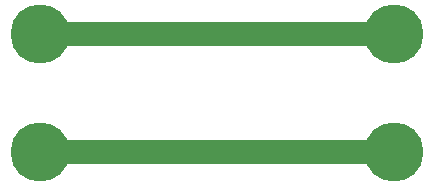
<source format=gbr>
G04 Two_conductor_PCB*
%FSLAX32Y32*%
%MOMM*%
%ADD10C,5.00*%
%ADD11C,2.00*%
D10*
*G01
X-01500Y-00500D02*
X-01500Y-00500D03*
X01500Y-00500D03*
X01500Y00500D03*
X-01500Y00500D03*
D11*
X-01500Y-00500D02*
X01500Y-00500D01*
X-01500Y00500D02*
X01500Y00500D01*
M02*

</source>
